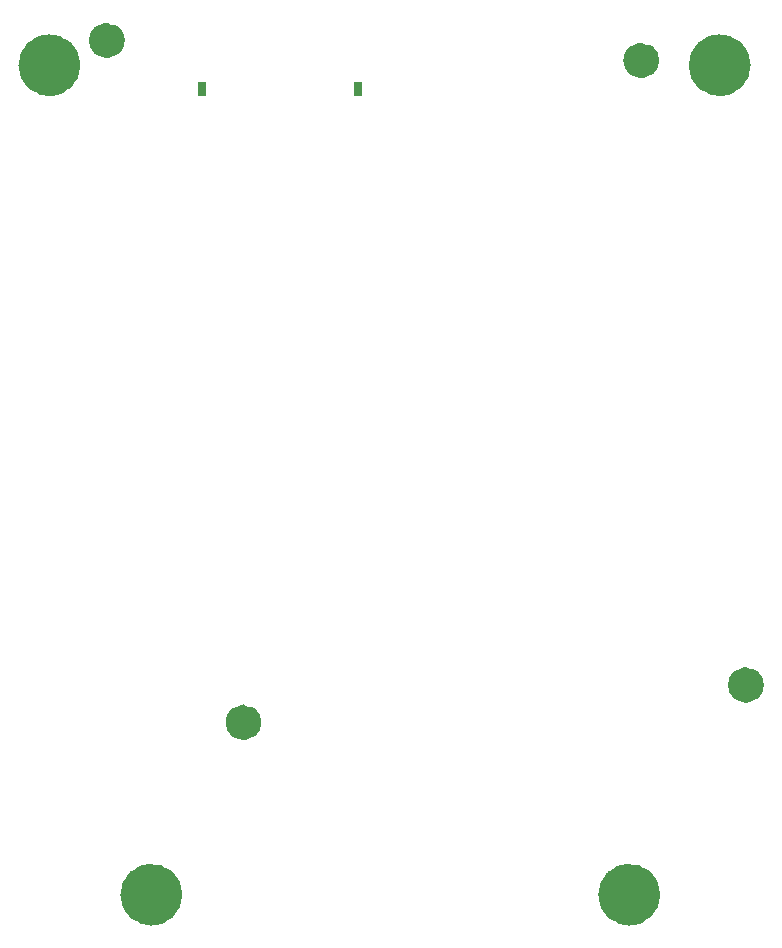
<source format=gko>
G04*
G04 #@! TF.GenerationSoftware,Altium Limited,Altium Designer,21.5.1 (32)*
G04*
G04 Layer_Color=16711935*
%FSLAX44Y44*%
%MOMM*%
G71*
G04*
G04 #@! TF.SameCoordinates,0E2919AE-DD84-4551-AE54-A21CBF32AF33*
G04*
G04*
G04 #@! TF.FilePolarity,Positive*
G04*
G01*
G75*
%ADD92C,1.5240*%
%ADD93C,2.6670*%
%ADD94R,0.8000X1.3000*%
D92*
X271318Y226882D02*
G03*
X271318Y226882I-7620J0D01*
G01*
X696722Y258572D02*
G03*
X696722Y258572I-7620J0D01*
G01*
X608076Y787400D02*
G03*
X608076Y787400I-7620J0D01*
G01*
X155668Y804322D02*
G03*
X155668Y804322I-7620J0D01*
G01*
D93*
X112065Y783302D02*
G03*
X112065Y783302I-12700J0D01*
G01*
X679542D02*
G03*
X679542Y783302I-12700J0D01*
G01*
X198374Y81026D02*
G03*
X198374Y81026I-12700J0D01*
G01*
X602996D02*
G03*
X602996Y81026I-12700J0D01*
G01*
D94*
X228643Y762820D02*
D03*
X360642Y762820D02*
D03*
M02*

</source>
